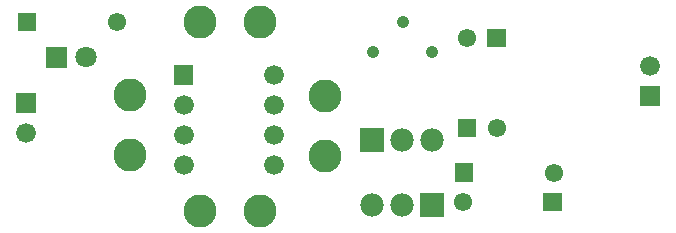
<source format=gbr>
G04 start of page 6 for group -4063 idx -4063 *
G04 Title: OpenTDCS, v4, componentmask *
G04 Creator: pcb 1.99z *
G04 CreationDate: Fri 15 Feb 2013 10:32:06 PM GMT UTC *
G04 For: nock *
G04 Format: Gerber/RS-274X *
G04 PCB-Dimensions (mil): 2250.00 850.00 *
G04 PCB-Coordinate-Origin: lower left *
%MOIN*%
%FSLAX25Y25*%
%LNTOPMASK*%
%ADD114C,0.0780*%
%ADD113C,0.0420*%
%ADD112C,0.0710*%
%ADD111C,0.0610*%
%ADD110C,0.1100*%
%ADD109C,0.0660*%
%ADD108C,0.0001*%
G54D108*G36*
X58708Y61725D02*Y55125D01*
X65308D01*
Y61725D01*
X58708D01*
G37*
G54D109*X62008Y48425D03*
Y38425D03*
Y28425D03*
X92008D03*
Y38425D03*
Y48425D03*
G54D110*X87598Y13150D03*
X67598D03*
X44291Y31850D03*
Y51850D03*
G54D108*G36*
X6208Y52395D02*Y45795D01*
X12808D01*
Y52395D01*
X6208D01*
G37*
G54D109*X9508Y39095D03*
G54D108*G36*
X6793Y79192D02*Y73092D01*
X12893D01*
Y79192D01*
X6793D01*
G37*
G54D111*X39843Y76142D03*
G54D110*X87598D03*
X67598D03*
G54D108*G36*
X16056Y67881D02*Y60781D01*
X23156D01*
Y67881D01*
X16056D01*
G37*
G54D112*X29606Y64331D03*
G54D108*G36*
X214220Y54835D02*Y48235D01*
X220820D01*
Y54835D01*
X214220D01*
G37*
G54D109*X217520Y61535D03*
X92008Y58425D03*
G54D110*X109252Y51535D03*
G54D113*X125190Y66235D03*
X144875D03*
X135033Y76078D03*
G54D111*X156496Y70709D03*
G54D108*G36*
X163289Y73759D02*Y67659D01*
X169389D01*
Y73759D01*
X163289D01*
G37*
G54D110*X109252Y31535D03*
G54D108*G36*
X120943Y40672D02*Y32872D01*
X128743D01*
Y40672D01*
X120943D01*
G37*
G36*
X140943Y19018D02*Y11218D01*
X148743D01*
Y19018D01*
X140943D01*
G37*
G36*
X181989Y19152D02*Y13052D01*
X188089D01*
Y19152D01*
X181989D01*
G37*
G54D111*X155039Y16102D03*
G54D114*X134843Y15118D03*
X124843D03*
X134843Y36772D03*
X144843D03*
G54D108*G36*
X153446Y43759D02*Y37659D01*
X159546D01*
Y43759D01*
X153446D01*
G37*
G54D111*X166339Y40709D03*
G54D108*G36*
X152462Y28995D02*Y22895D01*
X158562D01*
Y28995D01*
X152462D01*
G37*
G54D111*X185512Y25945D03*
M02*

</source>
